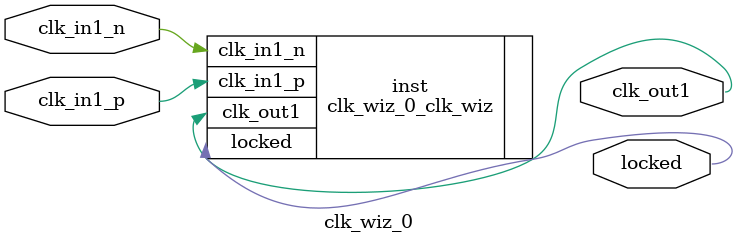
<source format=v>


`timescale 1ps/1ps

(* CORE_GENERATION_INFO = "clk_wiz_0,clk_wiz_v6_0_2_0_0,{component_name=clk_wiz_0,use_phase_alignment=false,use_min_o_jitter=false,use_max_i_jitter=false,use_dyn_phase_shift=false,use_inclk_switchover=false,use_dyn_reconfig=false,enable_axi=0,feedback_source=FDBK_AUTO,PRIMITIVE=PLL,num_out_clk=1,clkin1_period=3.333,clkin2_period=10.0,use_power_down=false,use_reset=false,use_locked=true,use_inclk_stopped=false,feedback_type=SINGLE,CLOCK_MGR_TYPE=NA,manual_override=false}" *)

module clk_wiz_0 
 (
  // Clock out ports
  output        clk_out1,
  // Status and control signals
  output        locked,
 // Clock in ports
  input         clk_in1_p,
  input         clk_in1_n
 );

  clk_wiz_0_clk_wiz inst
  (
  // Clock out ports  
  .clk_out1(clk_out1),
  // Status and control signals               
  .locked(locked),
 // Clock in ports
  .clk_in1_p(clk_in1_p),
  .clk_in1_n(clk_in1_n)
  );

endmodule

</source>
